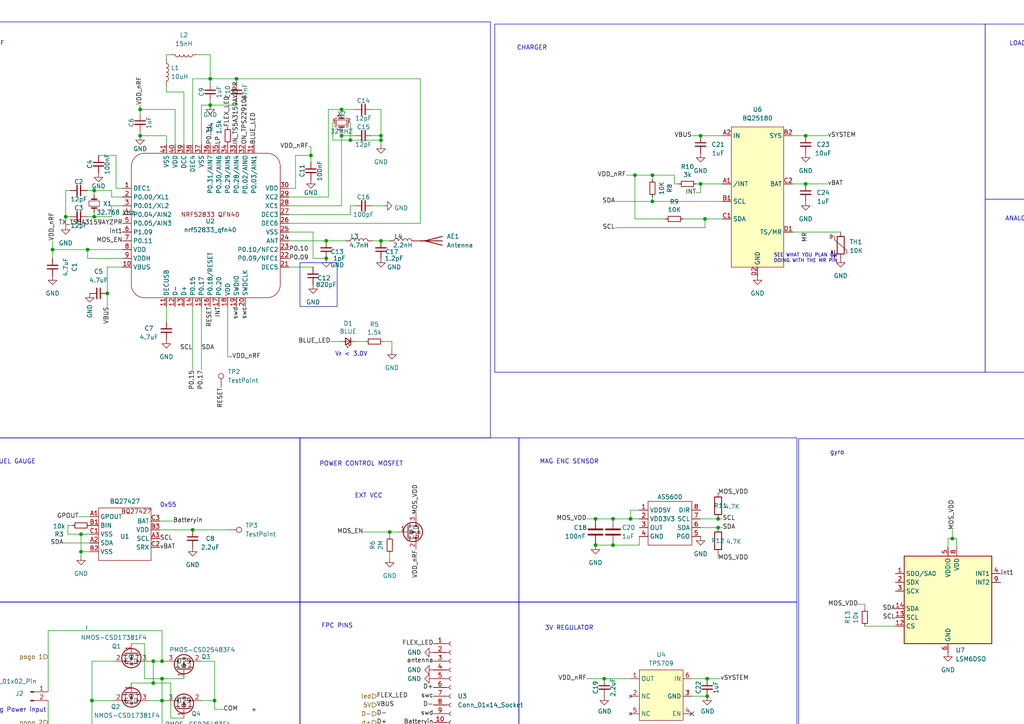
<source format=kicad_sch>
(kicad_sch (version 20231120) (generator "eeschema") (generator_version "8.0")
  (paper "A4")
  (junction (at 113.03 154.305))
  (junction (at 60.96 30.48))
  (junction (at 110.49 39.37))
  (junction (at 184.15 50.8))
  (junction (at 27.305 62.865))
  (junction (at 172.72 150.495))
  (junction (at 27.305 55.245))
  (junction (at 44.45 198.12))
  (junction (at 25.4 72.39))
  (junction (at 203.2 53.34))
  (junction (at 172.72 158.115))
  (junction (at 110.49 69.85))
  (junction (at 101.6 40.64))
  (junction (at 60.96 22.86))
  (junction (at 233.68 53.34))
  (junction (at 90.17 45.085))
  (junction (at 23.495 154.94))
  (junction (at 26.67 203.2))
  (junction (at 191.77 256.54))
  (junction (at 46.99 191.77))
  (junction (at 40.64 39.37))
  (junction (at 99.06 39.37))
  (junction (at 62.23 203.2))
  (junction (at 177.8 158.115))
  (junction (at 31.115 85.09))
  (junction (at 94.615 69.85))
  (junction (at 94.615 74.93))
  (junction (at 177.8 150.495))
  (junction (at 80.01 252.73))
  (junction (at 205.105 201.93))
  (junction (at 46.99 196.85))
  (junction (at 322.072 74.422))
  (junction (at 15.24 72.39))
  (junction (at 208.28 150.495))
  (junction (at 203.2 39.37))
  (junction (at 175.26 196.85))
  (junction (at 55.88 153.67))
  (junction (at 204.47 63.5))
  (junction (at 276.225 156.21))
  (junction (at 189.23 50.8))
  (junction (at 19.05 62.865))
  (junction (at 44.45 191.77))
  (junction (at 182.88 150.495))
  (junction (at 46.99 203.2))
  (junction (at 40.64 31.75))
  (junction (at 320.04 93.345))
  (junction (at 23.495 160.02))
  (junction (at 99.06 31.75))
  (junction (at 68.58 22.86))
  (junction (at 110.49 40.64))
  (junction (at 205.105 196.85))
  (junction (at 233.68 39.37))
  (junction (at 362.585 29.21))
  (junction (at 208.28 153.035))
  (junction (at 321.945 29.21))
  (junction (at 189.23 58.42))
  (no_connect (at 200.66 207.01))
  (no_connect (at 339.852 71.882))
  (no_connect (at 125.73 219.71))
  (wire (pts (xy 99.06 39.37) (xy 102.87 39.37)))
  (wire (pts (xy 185.42 155.575) (xy 185.42 158.115)))
  (wire (pts (xy 95.885 99.06) (xy 98.425 99.06)))
  (wire (pts (xy 60.96 22.86) (xy 60.96 24.13)))
  (wire (pts (xy 68.58 22.86) (xy 60.96 22.86)))
  (wire (pts (xy 40.64 31.75) (xy 50.8 31.75)))
  (wire (pts (xy 22.86 149.86) (xy 26.035 149.86)))
  (wire (pts (xy 110.49 40.64) (xy 101.6 40.64)))
  (wire (pts (xy 172.72 150.495) (xy 177.8 150.495)))
  (wire (pts (xy 26.67 203.2) (xy 33.02 203.2)))
  (wire (pts (xy 58.42 107.315) (xy 58.42 88.9)))
  (wire (pts (xy 191.77 232.41) (xy 191.77 233.68)))
  (wire (pts (xy 319.405 93.345) (xy 320.04 93.345)))
  (wire (pts (xy 205.105 196.85) (xy 200.66 196.85)))
  (wire (pts (xy 35.56 57.15) (xy 32.385 57.15)))
  (wire (pts (xy 322.072 76.327) (xy 322.072 74.422)))
  (wire (pts (xy 195.58 50.8) (xy 195.58 53.34)))
  (wire (pts (xy 62.23 191.77) (xy 62.23 203.2)))
  (wire (pts (xy 48.26 88.9) (xy 48.26 93.345)))
  (wire (pts (xy 48.26 15.875) (xy 48.26 17.145)))
  (wire (pts (xy 32.385 55.245) (xy 27.305 55.245)))
  (wire (pts (xy 184.15 63.5) (xy 193.04 63.5)))
  (wire (pts (xy 33.655 45.085) (xy 33.655 54.61)))
  (wire (pts (xy 189.23 50.8) (xy 189.23 52.07)))
  (wire (pts (xy 250.825 175.26) (xy 250.825 176.53)))
  (wire (pts (xy 250.825 181.61) (xy 259.715 181.61)))
  (wire (pts (xy 203.2 55.88) (xy 203.2 53.34)))
  (wire (pts (xy 100.33 69.85) (xy 94.615 69.85)))
  (wire (pts (xy 49.53 15.875) (xy 48.26 15.875)))
  (wire (pts (xy 274.955 156.21) (xy 276.225 156.21)))
  (wire (pts (xy 15.24 72.39) (xy 15.24 74.93)))
  (wire (pts (xy 40.64 39.37) (xy 48.26 39.37)))
  (wire (pts (xy 195.58 53.34) (xy 196.85 53.34)))
  (wire (pts (xy 19.05 62.865) (xy 20.32 62.865)))
  (wire (pts (xy 43.18 191.77) (xy 44.45 191.77)))
  (wire (pts (xy 205.105 201.93) (xy 200.66 201.93)))
  (wire (pts (xy 99.06 38.1) (xy 99.06 39.37)))
  (wire (pts (xy 99.06 39.37) (xy 99.06 59.69)))
  (wire (pts (xy 35.56 74.93) (xy 25.4 74.93)))
  (wire (pts (xy 46.99 196.85) (xy 46.99 203.2)))
  (wire (pts (xy 13.97 203.2) (xy 13.97 217.17)))
  (wire (pts (xy 83.82 77.47) (xy 90.805 77.47)))
  (wire (pts (xy 20.955 152.4) (xy 19.685 152.4)))
  (wire (pts (xy 32.385 59.69) (xy 32.385 62.865)))
  (wire (pts (xy 90.805 67.31) (xy 90.805 74.93)))
  (wire (pts (xy 107.95 39.37) (xy 110.49 39.37)))
  (wire (pts (xy 243.84 67.31) (xy 229.87 67.31)))
  (wire (pts (xy 233.68 39.37) (xy 229.87 39.37)))
  (wire (pts (xy 170.18 196.85) (xy 175.26 196.85)))
  (wire (pts (xy 107.95 31.75) (xy 110.49 31.75)))
  (wire (pts (xy 189.23 57.15) (xy 189.23 58.42)))
  (wire (pts (xy 48.26 24.765) (xy 48.26 26.67)))
  (wire (pts (xy 105.41 154.305) (xy 113.03 154.305)))
  (wire (pts (xy 32.385 62.865) (xy 27.305 62.865)))
  (wire (pts (xy 96.52 40.64) (xy 101.6 40.64)))
  (wire (pts (xy 102.87 59.69) (xy 101.6 59.69)))
  (wire (pts (xy 68.58 22.86) (xy 68.58 24.13)))
  (wire (pts (xy 90.17 42.545) (xy 90.17 45.085)))
  (wire (pts (xy 80.01 252.73) (xy 80.01 254)))
  (wire (pts (xy 19.05 55.245) (xy 20.32 55.245)))
  (wire (pts (xy 201.93 53.34) (xy 203.2 53.34)))
  (wire (pts (xy 189.23 256.54) (xy 191.77 256.54)))
  (wire (pts (xy 99.06 31.75) (xy 102.87 31.75)))
  (wire (pts (xy 311.785 29.21) (xy 321.945 29.21)))
  (wire (pts (xy 208.28 153.035) (xy 203.2 153.035)))
  (wire (pts (xy 89.535 42.545) (xy 90.17 42.545)))
  (wire (pts (xy 208.28 161.925) (xy 208.28 160.655)))
  (wire (pts (xy 322.072 74.422) (xy 324.612 74.422)))
  (wire (pts (xy 46.355 153.67) (xy 55.88 153.67)))
  (wire (pts (xy 44.45 191.77) (xy 46.99 191.77)))
  (wire (pts (xy 62.23 205.74) (xy 64.77 205.74)))
  (wire (pts (xy 23.495 160.02) (xy 23.495 154.94)))
  (wire (pts (xy 41.91 186.69) (xy 38.1 186.69)))
  (wire (pts (xy 178.435 66.04) (xy 204.47 66.04)))
  (wire (pts (xy 184.15 50.8) (xy 184.15 63.5)))
  (wire (pts (xy 46.99 203.2) (xy 46.99 217.17)))
  (wire (pts (xy 53.34 26.67) (xy 53.34 41.91)))
  (wire (pts (xy 58.42 41.91) (xy 58.42 30.48)))
  (wire (pts (xy 19.685 154.94) (xy 23.495 154.94)))
  (wire (pts (xy 48.26 41.91) (xy 48.26 39.37)))
  (wire (pts (xy 121.92 22.86) (xy 68.58 22.86)))
  (wire (pts (xy 27.305 61.595) (xy 27.305 62.865)))
  (wire (pts (xy 41.91 196.85) (xy 46.99 196.85)))
  (wire (pts (xy 49.53 198.12) (xy 44.45 198.12)))
  (wire (pts (xy 46.99 203.2) (xy 48.26 203.2)))
  (wire (pts (xy 18.415 157.48) (xy 26.035 157.48)))
  (wire (pts (xy 240.03 53.34) (xy 233.68 53.34)))
  (wire (pts (xy 15.24 69.85) (xy 15.24 72.39)))
  (wire (pts (xy 209.55 153.035) (xy 208.28 153.035)))
  (wire (pts (xy 85.725 45.085) (xy 90.17 45.085)))
  (wire (pts (xy 66.04 88.9) (xy 66.04 103.505)))
  (wire (pts (xy 60.96 22.86) (xy 55.88 22.86)))
  (wire (pts (xy 31.115 77.47) (xy 35.56 77.47)))
  (wire (pts (xy 277.495 156.21) (xy 277.495 158.75)))
  (wire (pts (xy 113.03 154.305) (xy 115.57 154.305)))
  (wire (pts (xy 60.96 30.48) (xy 68.58 30.48)))
  (wire (pts (xy 33.02 191.77) (xy 26.67 191.77)))
  (wire (pts (xy 50.165 151.13) (xy 46.355 151.13)))
  (wire (pts (xy 113.03 155.575) (xy 113.03 154.305)))
  (wire (pts (xy 201.93 55.88) (xy 203.2 55.88)))
  (wire (pts (xy 182.88 150.495) (xy 185.42 150.495)))
  (wire (pts (xy 101.6 40.64) (xy 101.6 35.56)))
  (wire (pts (xy 43.18 203.2) (xy 46.99 203.2)))
  (wire (pts (xy 83.82 69.85) (xy 94.615 69.85)))
  (wire (pts (xy 204.47 63.5) (xy 209.55 63.5)))
  (wire (pts (xy 110.49 40.64) (xy 110.49 41.91)))
  (wire (pts (xy 200.66 39.37) (xy 203.2 39.37)))
  (wire (pts (xy 177.8 150.495) (xy 182.88 150.495)))
  (wire (pts (xy 178.435 58.42) (xy 189.23 58.42)))
  (wire (pts (xy 38.1 198.12) (xy 44.45 198.12)))
  (wire (pts (xy 320.04 93.345) (xy 326.39 93.345)))
  (wire (pts (xy 25.4 72.39) (xy 35.56 72.39)))
  (wire (pts (xy 121.92 64.77) (xy 121.92 22.86)))
  (wire (pts (xy 209.55 150.495) (xy 208.28 150.495)))
  (wire (pts (xy 58.42 191.77) (xy 62.23 191.77)))
  (wire (pts (xy 23.495 154.94) (xy 26.035 154.94)))
  (wire (pts (xy 208.915 196.85) (xy 205.105 196.85)))
  (wire (pts (xy 49.53 208.28) (xy 53.34 208.28)))
  (wire (pts (xy 276.225 153.67) (xy 276.225 156.21)))
  (wire (pts (xy 13.97 182.88) (xy 13.97 200.66)))
  (wire (pts (xy 240.03 39.37) (xy 233.68 39.37)))
  (wire (pts (xy 32.385 57.15) (xy 32.385 55.245)))
  (wire (pts (xy 28.575 45.085) (xy 33.655 45.085)))
  (wire (pts (xy 362.585 29.21) (xy 368.3 29.21)))
  (wire (pts (xy 80.01 252.73) (xy 77.47 252.73)))
  (wire (pts (xy 101.6 62.23) (xy 83.82 62.23)))
  (wire (pts (xy 13.97 217.17) (xy 46.99 217.17)))
  (wire (pts (xy 15.24 72.39) (xy 25.4 72.39)))
  (wire (pts (xy 181.61 50.8) (xy 184.15 50.8)))
  (wire (pts (xy 58.42 203.2) (xy 62.23 203.2)))
  (wire (pts (xy 111.125 59.69) (xy 107.95 59.69)))
  (wire (pts (xy 319.532 74.422) (xy 322.072 74.422)))
  (wire (pts (xy 208.28 150.495) (xy 203.2 150.495)))
  (wire (pts (xy 19.05 55.245) (xy 19.05 62.865)))
  (wire (pts (xy 110.49 69.85) (xy 107.95 69.85)))
  (wire (pts (xy 113.03 69.85) (xy 110.49 69.85)))
  (wire (pts (xy 85.725 54.61) (xy 85.725 45.085)))
  (wire (pts (xy 177.8 158.115) (xy 185.42 158.115)))
  (wire (pts (xy 97.79 252.73) (xy 96.52 252.73)))
  (wire (pts (xy 321.945 29.21) (xy 342.9 29.21)))
  (wire (pts (xy 67.31 103.505) (xy 66.04 103.505)))
  (wire (pts (xy 95.25 57.15) (xy 95.25 31.75)))
  (wire (pts (xy 19.685 152.4) (xy 19.685 154.94)))
  (wire (pts (xy 13.97 182.88) (xy 46.99 182.88)))
  (wire (pts (xy 80.01 257.81) (xy 77.47 257.81)))
  (wire (pts (xy 203.2 39.37) (xy 209.55 39.37)))
  (wire (pts (xy 83.82 57.15) (xy 95.25 57.15)))
  (wire (pts (xy 83.82 59.69) (xy 99.06 59.69)))
  (wire (pts (xy 99.06 31.75) (xy 99.06 33.02)))
  (wire (pts (xy 83.82 67.31) (xy 90.805 67.31)))
  (wire (pts (xy 185.42 147.955) (xy 182.88 147.955)))
  (wire (pts (xy 44.45 191.77) (xy 44.45 198.12)))
  (wire (pts (xy 33.655 54.61) (xy 35.56 54.61)))
  (wire (pts (xy 191.77 257.81) (xy 191.77 256.54)))
  (wire (pts (xy 189.23 50.8) (xy 195.58 50.8)))
  (wire (pts (xy 68.58 30.48) (xy 68.58 29.21)))
  (wire (pts (xy 182.88 147.955) (xy 182.88 150.495)))
  (wire (pts (xy 58.42 30.48) (xy 60.96 30.48)))
  (wire (pts (xy 111.125 99.06) (xy 113.665 99.06)))
  (wire (pts (xy 204.47 63.5) (xy 204.47 66.04)))
  (wire (pts (xy 40.64 38.1) (xy 40.64 39.37)))
  (wire (pts (xy 62.23 203.2) (xy 62.23 205.74)))
  (wire (pts (xy 83.82 54.61) (xy 85.725 54.61)))
  (wire (pts (xy 35.56 59.69) (xy 32.385 59.69)))
  (wire (pts (xy 83.82 64.77) (xy 121.92 64.77)))
  (wire (pts (xy 189.23 58.42) (xy 209.55 58.42)))
  (wire (pts (xy 276.225 156.21) (xy 277.495 156.21)))
  (wire (pts (xy 203.2 53.34) (xy 209.55 53.34)))
  (wire (pts (xy 60.96 22.86) (xy 60.96 15.875)))
  (wire (pts (xy 46.99 191.77) (xy 48.26 191.77)))
  (wire (pts (xy 103.505 99.06) (xy 106.045 99.06)))
  (wire (pts (xy 110.49 39.37) (xy 110.49 40.64)))
  (wire (pts (xy 26.67 213.36) (xy 71.12 213.36)))
  (wire (pts (xy 19.05 62.865) (xy 19.05 65.405)))
  (wire (pts (xy 110.49 31.75) (xy 110.49 39.37)))
  (wire (pts (xy 101.6 59.69) (xy 101.6 62.23)))
  (wire (pts (xy 233.68 53.34) (xy 229.87 53.34)))
  (wire (pts (xy 31.115 85.09) (xy 31.115 77.47)))
  (wire (pts (xy 66.04 153.67) (xy 55.88 153.67)))
  (wire (pts (xy 358.14 29.21) (xy 362.585 29.21)))
  (wire (pts (xy 25.4 74.93) (xy 25.4 72.39)))
  (wire (pts (xy 198.12 63.5) (xy 204.47 63.5)))
  (wire (pts (xy 127 266.7) (xy 127 259.08)))
  (wire (pts (xy 175.26 196.85) (xy 182.88 196.85)))
  (wire (pts (xy 46.99 182.88) (xy 46.99 191.77)))
  (wire (pts (xy 27.305 55.245) (xy 27.305 56.515)))
  (wire (pts (xy 172.72 158.115) (xy 177.8 158.115)))
  (wire (pts (xy 96.52 35.56) (xy 96.52 40.64)))
  (wire (pts (xy 26.67 203.2) (xy 26.67 213.36)))
  (wire (pts (xy 113.665 99.06) (xy 113.665 101.6)))
  (wire (pts (xy 25.4 55.245) (xy 27.305 55.245)))
  (wire (pts (xy 170.18 150.495) (xy 172.72 150.495)))
  (wire (pts (xy 48.26 26.67) (xy 53.34 26.67)))
  (wire (pts (xy 55.88 107.315) (xy 55.88 88.9)))
  (wire (pts (xy 60.96 29.21) (xy 60.96 30.48)))
  (wire (pts (xy 40.64 31.75) (xy 40.64 33.02)))
  (wire (pts (xy 88.9 252.73) (xy 80.01 252.73)))
  (wire (pts (xy 113.03 161.925) (xy 113.03 160.655)))
  (wire (pts (xy 80.01 256.54) (xy 80.01 257.81)))
  (wire (pts (xy 31.115 88.9) (xy 31.115 85.09)))
  (wire (pts (xy 274.955 158.75) (xy 274.955 156.21)))
  (wire (pts (xy 23.495 161.29) (xy 23.495 160.02)))
  (wire (pts (xy 49.53 208.28) (xy 49.53 198.12)))
  (wire (pts (xy 184.15 50.8) (xy 189.23 50.8)))
  (wire (pts (xy 25.4 62.865) (xy 27.305 62.865)))
  (wire (pts (xy 26.67 191.77) (xy 26.67 203.2)))
  (wire (pts (xy 50.8 41.91) (xy 50.8 31.75)))
  (wire (pts (xy 90.805 74.93) (xy 94.615 74.93)))
  (wire (pts (xy 90.17 45.085) (xy 90.17 46.99)))
  (wire (pts (xy 55.88 22.86) (xy 55.88 41.91)))
  (wire (pts (xy 41.91 186.69) (xy 41.91 196.85)))
  (wire (pts (xy 60.96 15.875) (xy 57.15 15.875)))
  (wire (pts (xy 248.92 175.26) (xy 250.825 175.26)))
  (wire (pts (xy 23.495 160.02) (xy 26.035 160.02)))
  (wire (pts (xy 46.99 196.85) (xy 53.34 196.85)))
  (wire (pts (xy 40.64 30.48) (xy 40.64 31.75)))
  (wire (pts (xy 191.77 256.54) (xy 194.31 256.54)))
  (wire (pts (xy 95.25 31.75) (xy 99.06 31.75)))
  (rectangle (start 231.648 127.254) (end 307.086 211.582))
  (rectangle (start 150.495 127) (end 231.14 174.625))
  (rectangle (start 86.995 174.625) (end 150.495 223.52))
  (rectangle (start 86.995 127) (end 150.495 174.625))
  (rectangle (start 285.75 6.985) (end 387.35 57.785))
  (rectangle (start -9.525 174.625) (end 86.995 223.52))
  (rectangle (start 311.785 127.635) (end 351.79 224.155))
  (rectangle (start 285.75 57.785) (end 387.35 107.95))
  (rectangle (start 143.51 6.985) (end 285.75 107.95))
  (rectangle (start 158.115 224.79) (end 222.25 269.875))
  (rectangle (start 86.995 76.2) (end 97.79 88.9))
  (rectangle (start 150.495 174.625) (end 231.14 223.52))
  (rectangle (start -9.525 127) (end 86.995 174.625))
  (rectangle (start -9.525 6.35) (end 142.24 127))
  (text "FPC PINS" (at 97.79 181.61 0) (effects (font (size 1.27 1.27))))
  (text "LOAD SWITCH" (at 299.085 12.7 0) (effects (font (size 1.27 1.27))))
  (text "ANALOG SWITCH" (at 299.085 63.5 0) (effects (font (size 1.27 1.27))))
  (text "USB input\n" (at 327.025 187.96 0) (effects (font (size 1.27 1.27)) (justify left bottom)))
  (text "-" (at 73.66 213.36 0) (effects (font (size 1.27 1.27))))
  (text "NRF" (at -0.635 12.7 0) (effects (font (size 1.27 1.27))))
  (text "3V REGULATOR" (at 165.1 182.245 0) (effects (font (size 1.27 1.27))))
  (text "MAG ENC SENSOR" (at 165.1 133.985 0) (effects (font (size 1.27 1.27))))
  (text "V_{f} < 3.0V" (at 97.155 103.505 0) (effects (font (size 1.27 1.27)) (justify left bottom)))
  (text "charging Power input" (at 3.048 205.994 0) (effects (font (size 1.27 1.27))))
  (text "POWER CONTROL MOSFET" (at 104.775 134.62 0) (effects (font (size 1.27 1.27))))
  (text "3d magnetic sensor" (at 174.244 229.362 0) (effects (font (size 1.27 1.27))))
  (text "EXT VCC" (at 106.934 143.891 0) (effects (font (size 1.27 1.27))))
  (text "Battery Connection" (at 71.628 242.316 0) (effects (font (size 1.27 1.27)) (justify left bottom)))
  (text "CHARGER" (at 154.305 13.97 0) (effects (font (size 1.27 1.27))))
  (text "POGOPIN+" (at 308.737 26.162 0) (effects (font (size 1.27 1.27))))
  (text "TX OF NRF" (at 350.647 75.057 0) (effects (font (size 1.27 1.27))))
  (text "Power path output" (at 326.39 171.45 0) (effects (font (size 1.27 1.27)) (justify left bottom)))
  (text "POGOPIN+" (at 316.357 71.882 0) (effects (font (size 1.27 1.27))))
  (text "FUEL GAUGE" (at 4.445 133.985 0) (effects (font (size 1.27 1.27))))
  (text "+" (at 73.66 205.994 0) (effects (font (size 1.27 1.27))))
  (text "gyro" (at 242.824 131.318 0) (effects (font (size 1.27 1.27))))
  (text "GPIO OF NRF" (at 343.662 80.137 0) (effects (font (size 1.27 1.27))))
  (text "SEE WHAT YOU PLAN ON\nDOING WITH THE MR PIN" (at 233.68 74.93 0) (effects (font (size 1 1))))
  (text "Battery Connection" (at 326.39 156.845 0) (effects (font (size 1.27 1.27)) (justify left bottom)))
  (text "0x55\n" (at 46.355 147.32 0) (effects (font (size 1.27 1.27)) (justify left bottom)))
  (label "MOS_VDD" (at 276.225 153.67 90) (property "Intersheetrefs" "${INTERSHEET_REFS}" (effects (hide yes))))
  (label "vBAT" (at 240.03 53.34 0) (property "Intersheetrefs" "${INTERSHEET_REFS}" (effects (hide yes))))
  (label "MOS_EN" (at 35.56 69.85 180) (property "Intersheetrefs" "${INTERSHEET_REFS}" (effects (hide yes))))
  (label "vSYSTEM" (at 208.915 196.85 0) (property "Intersheetrefs" "${INTERSHEET_REFS}" (effects (hide yes))))
  (label "FLEX_LED" (at 109.22 201.93 0) (property "Intersheetrefs" "${INTERSHEET_REFS}" (effects (hide yes))))
  (label "swc" (at 71.12 88.9 270) (property "Intersheetrefs" "${INTERSHEET_REFS}" (effects (hide yes))))
  (label "int1" (at 35.56 67.31 180) (property "Intersheetrefs" "${INTERSHEET_REFS}" (effects (hide yes))))
  (label "P0.09" (at 83.82 74.93 0) (property "Intersheetrefs" "${INTERSHEET_REFS}" (effects (hide yes))))
  (label "swd" (at 125.73 207.01 180) (property "Intersheetrefs" "${INTERSHEET_REFS}" (effects (hide yes))))
  (label "VBUS" (at 125.73 214.63 180) (property "Intersheetrefs" "${INTERSHEET_REFS}" (effects (hide yes))))
  (label "BLUE_LED" (at 73.66 41.91 90) (property "Intersheetrefs" "${INTERSHEET_REFS}" (effects (hide yes))))
  (label "int1" (at 290.195 166.37 0) (property "Intersheetrefs" "${INTERSHEET_REFS}" (effects (hide yes))))
  (label "VBUS" (at 327.025 191.135 180) (property "Intersheetrefs" "${INTERSHEET_REFS}" (effects (hide yes))))
  (label "SCL" (at 178.435 66.04 180) (property "Intersheetrefs" "${INTERSHEET_REFS}" (effects (hide yes))))
  (label "SDA" (at 18.415 157.48 180) (property "Intersheetrefs" "${INTERSHEET_REFS}" (effects (hide yes))))
  (label "COM" (at 311.785 29.21 180) (property "Intersheetrefs" "${INTERSHEET_REFS}" (effects (hide yes))))
  (label "GPOUT" (at 22.86 149.86 180) (property "Intersheetrefs" "${INTERSHEET_REFS}" (effects (hide yes))))
  (label "ON_TPS22910A" (at 71.12 41.91 90) (property "Intersheetrefs" "${INTERSHEET_REFS}" (effects (hide yes))))
  (label "IN_TS5A3159AYZPR" (at 332.232 82.042 0) (property "Intersheetrefs" "${INTERSHEET_REFS}" (effects (hide yes))))
  (label "swc" (at 109.22 212.09 0) (property "Intersheetrefs" "${INTERSHEET_REFS}" (effects (hide yes))))
  (label "D-" (at 125.73 204.47 180) (property "Intersheetrefs" "${INTERSHEET_REFS}" (effects (hide yes))))
  (label "swd" (at 109.22 214.63 0) (property "Intersheetrefs" "${INTERSHEET_REFS}" (effects (hide yes))))
  (label "SDA" (at 259.715 176.53 180) (property "Intersheetrefs" "${INTERSHEET_REFS}" (effects (hide yes))))
  (label "swc" (at 125.73 201.93 180) (property "Intersheetrefs" "${INTERSHEET_REFS}" (effects (hide yes))))
  (label "VDD_nRF" (at 120.65 159.385 270) (property "Intersheetrefs" "${INTERSHEET_REFS}" (effects (hide yes))))
  (label "VDD_nRF" (at 15.24 69.85 90) (property "Intersheetrefs" "${INTERSHEET_REFS}" (effects (hide yes))))
  (label "COM" (at 319.532 74.422 180) (property "Intersheetrefs" "${INTERSHEET_REFS}" (effects (hide yes))))
  (label "SDA" (at 178.435 58.42 180) (property "Intersheetrefs" "${INTERSHEET_REFS}" (effects (hide yes))))
  (label "MOS_EN" (at 105.41 154.305 180) (property "Intersheetrefs" "${INTERSHEET_REFS}" (effects (hide yes))))
  (label "VDD_nRF" (at 89.535 42.545 180) (property "Intersheetrefs" "${INTERSHEET_REFS}" (effects (hide yes))))
  (label "BLUE_LED" (at 95.885 99.06 180) (property "Intersheetrefs" "${INTERSHEET_REFS}" (effects (hide yes))))
  (label "swd" (at 68.58 88.9 270) (property "Intersheetrefs" "${INTERSHEET_REFS}" (effects (hide yes))))
  (label "P0.17" (at 58.42 107.315 270) (property "Intersheetrefs" "${INTERSHEET_REFS}" (effects (hide yes))))
  (label "MOS_VDD" (at 248.92 175.26 180) (property "Intersheetrefs" "${INTERSHEET_REFS}" (effects (hide yes))))
  (label "MOS_VDD" (at 133.35 270.51 0) (property "Intersheetrefs" "${INTERSHEET_REFS}" (effects (hide yes))))
  (label "RESET" (at 64.135 112.395 270) (property "Intersheetrefs" "${INTERSHEET_REFS}" (effects (hide yes))))
  (label "-" (at 25.4 182.88 90) (property "Intersheetrefs" "${INTERSHEET_REFS}" (effects (hide yes))))
  (label "INT" (at 201.93 55.88 180) (property "Intersheetrefs" "${INTERSHEET_REFS}" (effects (hide yes))))
  (label "SCL" (at 181.61 243.84 180) (property "Intersheetrefs" "${INTERSHEET_REFS}" (effects (hide yes))))
  (label "MOS_VDD" (at 208.28 142.875 0) (property "Intersheetrefs" "${INTERSHEET_REFS}" (effects (hide yes))))
  (label "TX_TS5A3159AYZPR" (at 339.852 76.962 0) (property "Intersheetrefs" "${INTERSHEET_REFS}" (effects (hide yes))))
  (label "SCL" (at 46.355 156.21 0) (property "Intersheetrefs" "${INTERSHEET_REFS}" (effects (hide yes))))
  (label "SCL" (at 55.88 100.965 180) (property "Intersheetrefs" "${INTERSHEET_REFS}" (effects (hide yes))))
  (label "Batteryin" (at 327.66 161.29 180) (property "Intersheetrefs" "${INTERSHEET_REFS}" (effects (hide yes))))
  (label "P0.10" (at 83.82 72.39 0) (property "Intersheetrefs" "${INTERSHEET_REFS}" (effects (hide yes))))
  (label "INT" (at 63.5 88.9 270) (property "Intersheetrefs" "${INTERSHEET_REFS}" (effects (hide yes))))
  (label "SCL" (at 259.715 179.07 180) (property "Intersheetrefs" "${INTERSHEET_REFS}" (effects (hide yes))))
  (label "COM" (at 64.77 205.74 0) (property "Intersheetrefs" "${INTERSHEET_REFS}" (effects (hide yes))))
  (label "VDD_nRF" (at 120.65 270.51 180) (property "Intersheetrefs" "${INTERSHEET_REFS}" (effects (hide yes))))
  (label "SDA" (at 181.61 246.38 180) (property "Intersheetrefs" "${INTERSHEET_REFS}" (effects (hide yes))))
  (label "D+" (at 327.025 193.675 180) (property "Intersheetrefs" "${INTERSHEET_REFS}" (effects (hide yes))))
  (label "VBUS" (at 31.115 88.9 270) (property "Intersheetrefs" "${INTERSHEET_REFS}" (effects (hide yes))))
  (label "VDD_nRF" (at 40.64 30.48 90) (property "Intersheetrefs" "${INTERSHEET_REFS}" (effects (hide yes))))
  (label "MOS_VDD" (at 120.65 149.225 90) (property "Intersheetrefs" "${INTERSHEET_REFS}" (effects (hide yes))))
  (label "LP" (at 63.5 41.91 90) (property "Intersheetrefs" "${INTERSHEET_REFS}" (effects (hide yes))))
  (label "MOS_VDD" (at 208.28 161.925 0) (property "Intersheetrefs" "${INTERSHEET_REFS}" (effects (hide yes))))
  (label "MR" (at 233.68 67.31 270) (property "Intersheetrefs" "${INTERSHEET_REFS}" (effects (hide yes))))
  (label "VBUS" (at 200.66 39.37 180) (property "Intersheetrefs" "${INTERSHEET_REFS}" (effects (hide yes))))
  (label "Batteryin" (at 50.165 151.13 0) (property "Intersheetrefs" "${INTERSHEET_REFS}" (effects (hide yes))))
  (label "+" (at 25.4 217.17 270) (property "Intersheetrefs" "${INTERSHEET_REFS}" (effects (hide yes))))
  (label "D+" (at 125.73 199.39 180) (property "Intersheetrefs" "${INTERSHEET_REFS}" (effects (hide yes))))
  (label "TX_TS5A3159AYZPR" (at 35.56 64.77 180) (property "Intersheetrefs" "${INTERSHEET_REFS}" (effects (hide yes))))
  (label "MOS_VDD" (at 170.18 150.495 180) (property "Intersheetrefs" "${INTERSHEET_REFS}" (effects (hide yes))))
  (label "Batteryin" (at 125.73 212.09 180) (property "Intersheetrefs" "${INTERSHEET_REFS}" (effects (hide yes))))
  (label "IN_TS5A3159AYZPR" (at 68.58 41.91 90) (property "Intersheetrefs" "${INTERSHEET_REFS}" (effects (hide yes))))
  (label "antenna" (at 125.73 191.77 180) (property "Intersheetrefs" "${INTERSHEET_REFS}" (effects (hide yes))))
  (label "OUT" (at 326.39 177.8 180) (property "Intersheetrefs" "${INTERSHEET_REFS}" (effects (hide yes))))
  (label "Batteryin" (at 125.73 209.55 180) (property "Intersheetrefs" "${INTERSHEET_REFS}" (effects (hide yes))))
  (label "VBUS" (at 125.73 217.17 180) (property "Intersheetrefs" "${INTERSHEET_REFS}" (effects (hide yes))))
  (label "SDA" (at 132.08 259.08 270) (property "Intersheetrefs" "${INTERSHEET_REFS}" (effects (hide yes))))
  (label "P0.10" (at -27.94 50.8 90) (property "Intersheetrefs" "${INTERSHEET_REFS}" (effects (hide yes))))
  (label "Batteryin" (at 67.31 255.27 180) (property "Intersheetrefs" "${INTERSHEET_REFS}" (effects (hide yes))))
  (label "VDD_nRF" (at 67.31 103.505 0) (property "Intersheetrefs" "${INTERSHEET_REFS}" (effects (hide yes))))
  (label "vSYSTEM" (at 319.405 93.345 180) (property "Intersheetrefs" "${INTERSHEET_REFS}" (effects (hide yes))))
  (label "FLEX_LED" (at 125.73 186.69 180) (property "Intersheetrefs" "${INTERSHEET_REFS}" (effects (hide yes))))
  (label "SCL" (at 209.55 150.495 0) (property "Intersheetrefs" "${INTERSHEET_REFS}" (effects (hide yes))))
  (label "VBUS" (at 368.3 29.21 0) (property "Intersheetrefs" "${INTERSHEET_REFS}" (effects (hide yes))))
  (label "SDA" (at 209.55 153.035 0) (property "Intersheetrefs" "${INTERSHEET_REFS}" (effects (hide yes))))
  (label "RESET" (at 60.96 88.9 270) (property "Intersheetrefs" "${INTERSHEET_REFS}" (effects (hide yes))))
  (label "FLEX_LED" (at 66.04 36.83 90) (property "Intersheetrefs" "${INTERSHEET_REFS}" (effects (hide yes))))
  (label "ON_TPS22910A" (at 342.9 34.29 180) (property "Intersheetrefs" "${INTERSHEET_REFS}" (effects (hide yes))))
  (label "MOS_VDD" (at 191.77 232.41 0) (property "Intersheetrefs" "${INTERSHEET_REFS}" (effects (hide yes))))
  (label "P0.15" (at 55.88 107.315 270) (property "Intersheetrefs" "${INTERSHEET_REFS}" (effects (hide yes))))
  (label "VDD_nRF" (at 181.61 50.8 180) (property "Intersheetrefs" "${INTERSHEET_REFS}" (effects (hide yes))))
  (label "SCL" (at 129.54 259.08 270) (property "Intersheetrefs" "${INTERSHEET_REFS}" (effects (hide yes))))
  (label "D-" (at 109.22 207.01 0) (property "Intersheetrefs" "${INTERSHEET_REFS}" (effects (hide yes))))
  (label "P0.09" (at -36.83 50.8 90) (property "Intersheetrefs" "${INTERSHEET_REFS}" (effects (hide yes))))
  (label "P0.31" (at -59.69 54.61 0) (property "Intersheetrefs" "${INTERSHEET_REFS}" (effects (hide yes))))
  (label "D-" (at 327.025 196.215 180) (property "Intersheetrefs" "${INTERSHEET_REFS}" (effects (hide yes))))
  (label "vSYSTEM" (at 240.03 39.37 0) (property "Intersheetrefs" "${INTERSHEET_REFS}" (effects (hide yes))))
  (label "VDD_nRF" (at 170.18 196.85 180) (property "Intersheetrefs" "${INTERSHEET_REFS}" (effects (hide yes))))
  (label "VBUS" (at 109.22 204.47 0) (property "Intersheetrefs" "${INTERSHEET_REFS}" (effects (hide yes))))
  (label "P0.31" (at 60.96 41.91 90) (property "Intersheetrefs" "${INTERSHEET_REFS}" (effects (hide yes))))
  (label "vBAT" (at 46.355 158.75 0) (property "Intersheetrefs" "${INTERSHEET_REFS}" (effects (hide yes))))
  (label "SDA" (at 58.42 100.965 0) (property "Intersheetrefs" "${INTERSHEET_REFS}" (effects (hide yes))))
  (label "D+" (at 109.22 209.55 0) (property "Intersheetrefs" "${INTERSHEET_REFS}" (effects (hide yes))))
  (hierarchical_label "swc" (shape input) (at 109.22 212.09 180))
  (hierarchical_label "D-" (shape input) (at 109.22 207.01 180))
  (hierarchical_label "5V" (shape input) (at 109.22 204.47 180))
  (hierarchical_label "pogo 2" (shape input) (at 13.97 209.55 180))
  (hierarchical_label "swd" (shape input) (at 109.22 214.63 180))
  (hierarchical_label "led" (shape input) (at 109.22 201.93 180))
  (hierarchical_label "d+" (shape input) (at 109.22 209.55 180))
  (hierarchical_label "pogo 1" (shape input) (at 13.97 190.5 180))
  (symbol (lib_id "power:GND") (at 60.96 30.48 0) (unit 1)
    (property "Reference" "#PWR015" (effects (hide yes)))
    (property "Value" "GND" (at 60.96 33.274 0))
    (property "Description" "Power symbol creates a global label with name \"GND\" , ground" (effects (hide yes)))
  )
  (symbol (lib_id "Device:Thermistor_NTC") (at 243.84 71.12 0) (unit 1)
    (property "Reference" "TH1" (at 246.38 70.1674 0) (effects (justify left)))
    (property "Value" "10K" (at 246.38 72.7074 0) (effects (justify left)))
    (property "Footprint" "Resistor_SMD:R_0402_1005Metric" (effects (hide yes)))
    (property "Description" "Temperature dependent resistor, negative temperature coefficient" (effects (hide yes)))
  )
  (symbol (lib_id "Switch:SW_Push") (at -64.77 54.61 180) (unit 1)
    (property "Reference" "SW4" (at -64.262 49.276 0))
    (property "Value" "SW_Push" (at -64.262 51.816 0))
    (property "Footprint" "Library:16mmCompButton" (effects (hide yes)))
    (property "Description" "Push button switch, generic, two pins" (effects (hide yes)))
  )
  (symbol (lib_id "power:GND") (at 326.39 180.34 270) (unit 1)
    (property "Reference" "#PWR044" (effects (hide yes)))
    (property "Value" "GND" (at 323.215 180.975 90) (effects (justify right)))
    (property "Description" "Power symbol creates a global label with name \"GND\" , ground" (effects (hide yes)))
  )
  (symbol (lib_id "Device:C_Small") (at 175.26 199.39 0) (unit 1)
    (property "Reference" "C19" (at 172.72 199.39 90))
    (property "Value" "2.2uF" (at 177.8 199.39 90))
    (property "Footprint" "Library:0402" (effects (hide yes)))
    (property "Description" "Unpolarized capacitor, small symbol" (effects (hide yes)))
  )
  (symbol (lib_id "power:GND") (at 233.68 44.45 0) (unit 1)
    (property "Reference" "#PWR037" (effects (hide yes)))
    (property "Value" "GND" (at 233.68 49.53 0))
  )
  (symbol (lib_id "Device:L") (at 48.26 20.955 0) (unit 1)
    (property "Reference" "L1" (at 49.53 19.6849 0) (effects (justify left)))
    (property "Value" "10uH" (at 49.53 22.2249 0) (effects (justify left)))
    (property "Footprint" "Library:0402" (effects (hide yes)))
    (property "Description" "Inductor" (effects (hide yes)))
    (property "ID" "57" (effects (hide yes)))
  )
  (symbol (lib_id "Libraryg:TPS709") (at 191.77 193.04 0) (unit 1)
    (property "Reference" "U4" (at 191.77 189.865 0))
    (property "Value" "TPS709" (at 191.77 192.405 0))
    (property "Footprint" "Library:DRV 6PIN" (effects (hide yes)))
  )
  (symbol (lib_id "Device:R_Small") (at 195.58 63.5 270) (unit 1)
    (property "Reference" "R9" (at 195.58 58.5216 90))
    (property "Value" "10K" (at 195.58 60.833 90))
    (property "Footprint" "Resistor_SMD:R_0402_1005Metric" (effects (hide yes)))
  )
  (symbol (lib_id "power:GND") (at 320.04 98.425 0) (unit 1)
    (property "Reference" "#PWR041" (effects (hide yes)))
    (property "Value" "GND" (at 320.04 103.505 0))
  )
  (symbol (lib_id "power:GND") (at 48.26 98.425 0) (unit 1)
    (property "Reference" "#PWR013" (effects (hide yes)))
    (property "Value" "GND" (at 48.26 103.505 0))
    (property "Description" "Power symbol creates a global label with name \"GND\" , ground" (effects (hide yes)))
  )
  (symbol (lib_id "power:GND") (at 203.2 44.45 0) (unit 1)
    (property "Reference" "#PWR033" (effects (hide yes)))
    (property "Value" "GND" (at 203.2 49.53 0))
  )
  (symbol (lib_id "Device:R_Small") (at 250.825 179.07 0) (unit 1)
    (property "Reference" "R13" (at 245.8466 179.07 90))
    (property "Value" "10k" (at 248.158 179.07 90))
    (property "Footprint" "Library:0402" (effects (hide yes)))
  )
  (symbol (lib_id "power:GND") (at 28.575 50.165 0) (unit 1)
    (property "Reference" "#PWR011" (effects (hide yes)))
    (property "Value" "GND" (at 28.575 53.975 0))
    (property "Description" "Power symbol creates a global label with name \"GND\" , ground" (effects (hide yes)))
  )
  (symbol (lib_id "power:GND") (at 26.035 85.09 0) (unit 1)
    (property "Reference" "#PWR010" (effects (hide yes)))
    (property "Value" "GND" (at 26.0349 88.265 90) (effects (justify right)))
    (property "Description" "Power symbol creates a global label with name \"GND\" , ground" (effects (hide yes)))
  )
  (symbol (lib_id "Device:C_Small") (at 233.68 41.91 0) (unit 1)
    (property "Reference" "C23" (at 238.76 41.91 0))
    (property "Value" "10uF" (at 238.76 44.45 0))
    (property "Footprint" "Capacitor_SMD:C_0402_1005Metric" (effects (hide yes)))
    (property "Description" "Unpolarized capacitor, small symbol" (effects (hide yes)))
  )
  (symbol (lib_id "power:GND") (at 15.24 80.01 0) (unit 1)
    (property "Reference" "#PWR07" (effects (hide yes)))
    (property "Value" "GND" (at 15.24 85.09 0))
    (property "Description" "Power symbol creates a global label with name \"GND\" , ground" (effects (hide yes)))
  )
  (symbol (lib_id "power:GND") (at 55.88 158.75 0) (unit 1)
    (property "Reference" "#PWR014" (effects (hide yes)))
    (property "Value" "GND" (at 55.88 163.83 0))
    (property "Description" "Power symbol creates a global label with name \"GND\" , ground" (effects (hide yes)))
  )
  (symbol (lib_id "Device:C_Small") (at 90.17 49.53 0) (unit 1)
    (property "Reference" "C11" (at 87.63 49.53 90))
    (property "Value" "100nF" (at 92.71 49.53 90))
    (property "Footprint" "Library:0402" (effects (hide yes)))
    (property "Description" "Unpolarized capacitor, small symbol" (effects (hide yes)))
    (property "ID" "21" (effects (hide yes)))
  )
  (symbol (lib_id "Library:NMOS") (at 38.1 191.77 180) (unit 1)
    (property "Reference" "Q1" (at 33.782 187.452 0))
    (property "Value" "NMOS-CSD17381F4" (at 33.02 184.912 0))
    (property "Footprint" "Library:Mosfet0402" (effects (hide yes)))
    (property "Datasheet" "https://ngspice.sourceforge.io/docs/ngspice-html-manual/manual.xhtml#cha_MOSFETs" (effects (hide yes)))
    (property "Description" "N-MOSFET transistor, drain/source/gate" (effects (hide yes)))
    (property "Sim.Device" "NMOS" (effects (hide yes)))
    (property "Sim.Type" "VDMOS" (effects (hide yes)))
    (property "Sim.Pins" "1=D 2=G 3=S" (effects (hide yes)))
  )
  (symbol (lib_id "power:GND") (at 110.49 74.93 0) (unit 1)
    (property "Reference" "#PWR022" (effects (hide yes)))
    (property "Value" "GND" (at 114.3 77.47 0))
    (property "Description" "Power symbol creates a global label with name \"GND\" , ground" (effects (hide yes)))
  )
  (symbol (lib_id "Connector:Conn_01x02_Pin") (at 85.09 256.54 180) (unit 1)
    (property "Reference" "J3" (at 75.692 259.842 0) (effects (justify right)))
    (property "Value" "Conn_01x02_Pin" (at 75.692 262.382 0) (effects (justify right)))
    (property "Footprint" "Connector_PinHeader_2.54mm:PinHeader_1x02_P2.54mm_Vertical" (effects (hide yes)))
    (property "Description" "Generic connector, single row, 01x02, script generated" (effects (hide yes)))
  )
  (symbol (lib_id "Library:PMOS") (at 120.65 154.305 270) (unit 1)
    (property "Reference" "Q5" (effects (hide yes)))
    (property "Value" "PMOS-CSD25483F4" (effects (hide yes)))
    (property "Footprint" "Library:Mosfet0402" (effects (hide yes)))
    (property "Datasheet" "https://ngspice.sourceforge.io/docs/ngspice-html-manual/manual.xhtml#cha_MOSFETs" (effects (hide yes)))
    (property "Description" "P-MOSFET transistor, drain/source/gate" (effects (hide yes)))
    (property "Sim.Device" "PMOS" (effects (hide yes)))
    (property "Sim.Type" "VDMOS" (effects (hide yes)))
    (property "Sim.Pins" "1=D 2=G 3=S" (effects (hide yes)))
  )
  (symbol (lib_id "power:GND") (at 110.49 41.91 0) (unit 1)
    (property "Reference" "#PWR021" (effects (hide yes)))
    (property "Value" "GND" (at 110.49 46.99 0))
    (property "Description" "Power symbol creates a global label with name \"GND\" , ground" (effects (hide yes)))
  )
  (symbol (lib_id "power:GND") (at 274.955 189.23 0) (unit 1)
    (property "Reference" "#PWR040" (effects (hide yes)))
    (property "Value" "GND" (at 274.955 194.31 0))
  )
  (symbol (lib_id "Device:R_Small") (at 108.585 99.06 270) (unit 1)
    (property "Reference" "R5" (at 108.585 94.0816 90))
    (property "Value" "1.5k" (at 108.585 96.393 90))
    (property "Footprint" "Library:0402" (effects (hide yes)))
    (property "Description" "Resistor, small symbol" (effects (hide yes)))
    (property "ID" "138" (effects (hide yes)))
  )
  (symbol (lib_id "Libraryg:BQ21580") (at 219.71 36.83 0) (unit 1)
    (property "Reference" "U6" (at 219.71 31.75 0))
    (property "Value" "BQ25180" (at 219.71 34.29 0))
    (property "Footprint" "Package_BGA:Texas_DSBGA-8_0.705x1.468mm_Layout2x4_P0.4mm" (effects (hide yes)))
    (property "Datasheet" "https://www.ti.com/lit/ds/symlink/bq25180.pdf?ts=1739613113795&ref_url=https%253A%252F%252Fwww.ti.com%252Fproduct%252FBQ25180" (effects (hide yes)))
  )
  (symbol (lib_id "Device:Crystal_Small") (at 27.305 59.055 270) (unit 1)
    (property "Reference" "X1" (at 29.845 59.055 90) (effects (justify left)))
    (property "Value" "32.768 kHz" (at 27.94 61.595 90) (effects (justify left)))
    (property "Footprint" "Library:Crystal_SMD_2012-2Pin_2.0x1.2mm" (effects (hide yes)))
    (property "Description" "Two pin crystal, small symbol" (effects (hide yes)))
    (property "ID" "43" (effects (hide yes)))
  )
  (symbol (lib_id "Device:C_Small") (at 22.86 55.245 270) (unit 1)
    (property "Reference" "C2" (at 22.86 52.705 90))
    (property "Value" "12pF" (at 22.86 57.785 90))
    (property "Footprint" "Library:0402" (effects (hide yes)))
    (property "Description" "Unpolarized capacitor, small symbol" (effects (hide yes)))
    (property "ID" "17" (effects (hide yes)))
  )
  (symbol (lib_id "power:GND") (at 125.73 189.23 270) (unit 1)
    (property "Reference" "#PWR028" (effects (hide yes)))
    (property "Value" "GND" (at 118.11 189.23 90) (effects (justify left)))
    (property "Description" "Power symbol creates a global label with name \"GND\" , ground" (effects (hide yes)))
  )
  (symbol (lib_id "power:GND") (at -69.85 54.61 270) (unit 1)
    (property "Reference" "#PWR03" (effects (hide yes)))
    (property "Value" "GND" (at -77.47 54.61 0))
  )
  (symbol (lib_id "power:GND") (at 19.05 65.405 0) (unit 1)
    (property "Reference" "#PWR08" (effects (hide yes)))
    (property "Value" "GND" (at 19.05 70.485 0))
    (property "Description" "Power symbol creates a global label with name \"GND\" , ground" (effects (hide yes)))
  )
  (symbol (lib_id "power:GND") (at 362.585 34.29 0) (unit 1)
    (property "Reference" "#PWR049" (effects (hide yes)))
    (property "Value" "GND" (at 362.585 39.37 0))
  )
  (symbol (lib_id "Device:C") (at 172.72 154.305 0) (unit 1)
    (property "Reference" "C18" (at 166.37 153.035 0) (effects (justify left)))
    (property "Value" "100nF" (at 163.83 155.575 0) (effects (justify left)))
    (property "Footprint" "Library:0402" (effects (hide yes)))
    (property "Description" "Unpolarized capacitor" (effects (hide yes)))
    (property "ID" "21" (effects (hide yes)))
  )
  (symbol (lib_id "power:GND") (at 90.805 82.55 0) (unit 1)
    (property "Reference" "#PWR018" (effects (hide yes)))
    (property "Value" "GND" (at 90.805 87.63 0))
    (property "Description" "Power symbol creates a global label with name \"GND\" , ground" (effects (hide yes)))
  )
  (symbol (lib_id "power:GND") (at 203.2 155.575 0) (unit 1)
    (property "Reference" "#PWR034" (effects (hide yes)))
    (property "Value" "GND" (at 203.2 160.655 0))
    (property "Description" "Power symbol creates a global label with name \"GND\" , ground" (effects (hide yes)))
  )
  (symbol (lib_id "Device:R_Small") (at 199.39 53.34 270) (unit 1)
    (property "Reference" "R10" (at 199.39 48.3616 90))
    (property "Value" "3k" (at 199.39 50.673 90))
    (property "Footprint" "Resistor_SMD:R_0402_1005Metric" (effects (hide yes)))
  )
  (symbol (lib_id "power:GND") (at 125.73 194.31 270) (unit 1)
    (property "Reference" "#PWR029" (effects (hide yes)))
    (property "Value" "GND" (at 118.11 194.31 90) (effects (justify left)))
    (property "Description" "Power symbol creates a global label with name \"GND\" , ground" (effects (hide yes)))
  )
  (symbol (lib_id "power:GND") (at 23.495 161.29 0) (unit 1)
    (property "Reference" "#PWR09" (effects (hide yes)))
    (property "Value" "GND" (at 23.495 166.37 0))
    (property "Description" "Power symbol creates a global label with name \"GND\" , ground" (effects (hide yes)))
  )
  (symbol (lib_id "Device:R_Small") (at 189.23 54.61 180) (unit 1)
    (property "Reference" "R8" (at 194.2084 54.61 90))
    (property "Value" "10K" (at 191.897 54.61 90))
    (property "Footprint" "Resistor_SMD:R_0402_1005Metric" (effects (hide yes)))
  )
  (symbol (lib_id "Device:C_Small") (at 90.805 80.01 180) (unit 1)
    (property "Reference" "C12" (at 93.98 80.645 0))
    (property "Value" "820pF" (at 94.615 82.55 0))
    (property "Footprint" "Library:0402" (effects (hide yes)))
    (property "Description" "Unpolarized capacitor, small symbol" (effects (hide yes)))
    (property "ID" "26" (effects (hide yes)))
  )
  (symbol (lib_id "nrfmicro-rescue:GND") (at 71.12 213.36 0) (unit 1)
    (property "Reference" "#PWR016" (effects (hide yes)))
    (property "Value" "GND" (at 71.247 217.7542 0))
  )
  (symbol (lib_id "Device:LED_Small") (at 100.965 99.06 180) (unit 1)
    (property "Reference" "D1" (at 100.965 93.8022 0))
    (property "Value" "BLUE" (at 100.965 96.1136 0))
    (property "Footprint" "LED_SMD:LED_0402_1005Metric" (effects (hide yes)))
    (property "Description" "Light emitting diode, small symbol" (effects (hide yes)))
    (property "ID" "90" (effects (hide yes)))
  )
  (symbol (lib_id "Device:C_Small") (at 94.615 72.39 180) (unit 1)
    (property "Reference" "C13" (at 97.79 73.025 0))
    (property "Value" "1pF" (at 98.425 74.93 0))
    (property "Footprint" "Library:0402" (effects (hide yes)))
    (property "Description" "Unpolarized capacitor, small symbol" (effects (hide yes)))
    (property "ID" "18" (effects (hide yes)))
  )
  (symbol (lib_id "Device:C_Small") (at 205.105 199.39 0) (unit 1)
    (property "Reference" "C22" (at 202.565 199.39 90))
    (property "Value" "1uF" (at 207.645 199.39 90))
    (property "Footprint" "Library:0402" (effects (hide yes)))
    (property "Description" "Unpolarized capacitor, small symbol" (effects (hide yes)))
    (property "ID" "30" (effects (hide yes)))
  )
  (symbol (lib_id "Switch:SW_DPDT_x2") (at 72.39 255.27 0) (unit 1)
    (property "Reference" "SW5" (at 72.39 246.38 0))
    (property "Value" "SW_DPDT_x2" (at 72.39 248.92 0))
    (property "Footprint" "Library:MST-12C05 SLIDEBUTTON" (effects (hide yes)))
    (property "Description" "Switch, dual pole double throw, separate symbols" (effects (hide yes)))
  )
  (symbol (lib_id "power:GND") (at 97.79 252.73 0) (unit 1)
    (property "Reference" "#PWR020" (effects (hide yes)))
    (property "Value" "GND" (at 100.33 253.9999 0) (effects (justify left)))
  )
  (symbol (lib_id "power:GND") (at -36.83 60.96 0) (unit 1)
    (property "Reference" "#PWR05" (effects (hide yes)))
    (property "Value" "GND" (at -36.83 66.04 0))
    (property "Description" "Power symbol creates a global label with name \"GND\" , ground" (effects (hide yes)))
  )
  (symbol (lib_id "Switch:SW_Push") (at -27.94 55.88 90) (unit 1)
    (property "Reference" "S3" (at -35.052 39.624 90) (effects (justify right)))
    (property "Value" "Button 3*3*1.5" (at -35.052 42.164 90) (effects (justify right)))
    (property "Footprint" "Library:button 3x3" (effects (hide yes)))
    (property "Description" "Push button switch, generic, two pins" (effects (hide yes)))
    (property "ID" "111" (effects (hide yes)))
  )
  (symbol (lib_id "Device:C_Small") (at 60.96 26.67 0) (unit 1)
    (property "Reference" "C9" (at 58.42 26.67 90))
    (property "Value" "1uF" (at 63.5 26.67 90))
    (property "Footprint" "Library:0402" (effects (hide yes)))
    (property "Description" "Unpolarized capacitor, small symbol" (effects (hide yes)))
    (property "ID" "30" (effects (hide yes)))
  )
  (symbol (lib_id "Device:C_Small") (at 28.575 85.09 270) (unit 1)
    (property "Reference" "C5" (at 28.575 78.74 90))
    (property "Value" "4.7uF" (at 28.575 81.28 90))
    (property "Footprint" "Library:0402" (effects (hide yes)))
    (property "Description" "Unpolarized capacitor, small symbol" (effects (hide yes)))
    (property "ID" "16" (effects (hide yes)))
  )
  (symbol (lib_id "power:GND") (at 94.615 74.93 0) (unit 1)
    (property "Reference" "#PWR019" (effects (hide yes)))
    (property "Value" "GND" (at 97.79 76.835 0))
    (property "Description" "Power symbol creates a global label with name \"GND\" , ground" (effects (hide yes)))
  )
  (symbol (lib_id "Device:R_Small") (at 66.04 39.37 0) (unit 1)
    (property "Reference" "R4" (at 61.1886 36.83 90))
    (property "Value" "1.5k" (at 63.5 36.83 90))
    (property "Footprint" "Library:0402" (effects (hide yes)))
    (property "Description" "Resistor, small symbol" (effects (hide yes)))
    (property "ID" "138" (effects (hide yes)))
  )
  (symbol (lib_id "power:GND") (at 321.945 34.29 0) (unit 1)
    (property "Reference" "#PWR042" (effects (hide yes)))
    (property "Value" "GND" (at 321.945 39.37 0))
  )
  (symbol (lib_id "power:GND") (at 125.73 196.85 270) (unit 1)
    (property "Reference" "#PWR030" (effects (hide yes)))
    (property "Value" "GND" (at 118.11 196.85 90) (effects (justify left)))
    (property "Description" "Power symbol creates a global label with name \"GND\" , ground" (effects (hide yes)))
  )
  (symbol (lib_id "Sensor_Magnetic:TLV493D") (at 191.77 246.38 0) (unit 1)
    (property "Reference" "U25" (at 199.39 243.8399 0) (effects (justify left)))
    (property "Value" "TLV493D" (at 199.39 246.3799 0) (effects (justify left)))
    (property "Footprint" "Library:SOT-23-6-Small" (effects (hide yes)))
    (property "Datasheet" "http://www.infineon.com/dgdl/Infineon-TLV493D-A1B6-DS-v01_00-EN.pdf?fileId=5546d462525dbac40152a6b85c760e80" (effects (hide yes)))
    (property "Description" "Low power 3D magnetic sensor, I2C interface, SOT-23-6" (effects (hide yes)))
  )
  (symbol (lib_id "nrfmicro-rescue:GND") (at 205.105 201.93 0) (unit 1)
    (property "Reference" "#PWR035" (effects (hide yes)))
    (property "Value" "GND" (at 205.232 206.3242 0))
  )
  (symbol (lib_id "Device:C_Small") (at 68.58 26.67 0) (unit 1)
    (property "Reference" "C10" (at 66.04 26.67 90))
    (property "Value" "47nF" (at 71.12 26.67 90))
    (property "Footprint" "Library:0402" (effects (hide yes)))
    (property "Description" "Unpolarized capacitor, small symbol" (effects (hide yes)))
    (property "ID" "55" (effects (hide yes)))
  )
  (symbol (lib_id "Device:C_Small") (at 55.88 156.21 0) (unit 1)
    (property "Reference" "C8" (at 60.96 156.21 0))
    (property "Value" "2.2uF" (at 60.96 158.75 0))
    (property "Footprint" "Library:0402" (effects (hide yes)))
    (property "Description" "Unpolarized capacitor, small symbol" (effects (hide yes)))
  )
  (symbol (lib_id "power:GND") (at 233.68 58.42 0) (unit 1)
    (property "Reference" "#PWR038" (effects (hide yes)))
    (property "Value" "GND" (at 233.68 63.5 0))
  )
  (symbol (lib_id "Jumper:Jumper_3_Bridged12") (at 127 270.51 180) (unit 1) (exclude_from_sim yes) (in_bom no)
    (property "Reference" "JP1" (at 127 276.86 0))
    (property "Value" "Jumper_3_Bridged12" (at 127 274.32 0))
    (property "Footprint" "Jumper:SolderJumper-3_P1.3mm_Bridged12_RoundedPad1.0x1.5mm" (effects (hide yes)))
    (property "Description" "Jumper, 3-pole, pins 1+2 closed/bridged" (effects (hide yes)))
  )
  (symbol (lib_id "Device:C_Small") (at 105.41 39.37 270) (unit 1)
    (property "Reference" "C15" (at 105.41 36.83 90))
    (property "Value" "12pF" (at 105.41 41.91 90))
    (property "Footprint" "Library:0402" (effects (hide yes)))
    (property "Description" "Unpolarized capacitor, small symbol" (effects (hide yes)))
    (property "ID" "17" (effects (hide yes)))
  )
  (symbol (lib_name "NMOS_1") (lib_id "Library:NMOS") (at 38.1 203.2 180) (unit 1)
    (property "Reference" "Q2" (at 33.528 204.978 0))
    (property "Value" "NMOS-CSD17381F4" (at 36.83 207.518 0))
    (property "Footprint" "Library:Mosfet0402" (effects (hide yes)))
    (property "Datasheet" "https://ngspice.sourceforge.io/docs/ngspice-html-manual/manual.xhtml#cha_MOSFETs" (effects (hide yes)))
    (property "Description" "N-MOSFET transistor, drain/source/gate" (effects (hide yes)))
    (property "Sim.Device" "NMOS" (effects (hide yes)))
    (property "Sim.Type" "VDMOS" (effects (hide yes)))
    (property "Sim.Pins" "1=D 2=G 3=S" (effects (hide yes)))
  )
  (symbol (lib_id "Device:C_Small") (at 48.26 95.885 180) (unit 1)
    (property "Reference" "C7" (at 43.18 95.25 0))
    (property "Value" "4.7uF" (at 43.18 97.79 0))
    (property "Footprint" "Library:0402" (effects (hide yes)))
    (property "Description" "Unpolarized capacitor, small symbol" (effects (hide yes)))
    (property "ID" "16" (effects (hide yes)))
  )
  (symbol (lib_id "Device:C_Small") (at 320.04 95.885 0) (unit 1)
    (property "Reference" "C25" (at 325.12 95.885 0))
    (property "Value" "100nF" (at 325.12 98.425 0))
    (property "Footprint" "Capacitor_SMD:C_0402_1005Metric" (effects (hide yes)))
    (property "Description" "Unpolarized capacitor, small symbol" (effects (hide yes)))
  )
  (symbol (lib_id "Device:C_Small") (at 40.64 35.56 0) (unit 1)
    (property "Reference" "C6" (at 38.1 35.56 90))
    (property "Value" "1uF" (at 43.18 35.56 90))
    (property "Footprint" "Library:0402" (effects (hide yes)))
    (property "Description" "Unpolarized capacitor, small symbol" (effects (hide yes)))
    (property "ID" "30" (effects (hide yes)))
  )
  (symbol (lib_id "Device:R_Small") (at 113.03 158.115 0) (unit 1)
    (property "Reference" "R6" (at 108.0516 158.115 90))
    (property "Value" "2M" (at 110.363 158.115 90))
    (property "Footprint" "Library:0402" (effects (hide yes)))
    (property "Description" "Resistor, small symbol" (effects (hide yes)))
    (property "ID" "105" (effects (hide yes)))
  )
  (symbol (lib_id "power:GND") (at 243.84 74.93 0) (unit 1)
    (property "Reference" "#PWR039" (effects (hide yes)))
    (property "Value" "GND" (at 243.84 80.01 0))
  )
  (symbol (lib_id "Device:C_Small") (at 22.86 62.865 270) (unit 1)
    (property "Reference" "C3" (at 22.86 60.325 90))
    (property "Value" "12pF" (at 22.86 65.405 90))
    (property "Footprint" "Library:0402" (effects (hide yes)))
    (property "Description" "Unpolarized capacitor, small symbol" (effects (hide yes)))
    (property "ID" "17" (effects (hide yes)))
  )
  (symbol (lib_id "Device:R") (at 208.28 156.845 0) (unit 1)
    (property "Reference" "R12" (at 206.248 156.845 0) (effects (justify left)))
    (property "Value" "4.7K" (at 210.566 157.099 0) (effects (justify left)))
    (property "Footprint" "Library:0402" (effects (hide yes)))
    (property "Description" "Resistor" (effects (hide yes)))
    (property "ID" "135" (effects (hide yes)))
  )
  (symbol (lib_id "Connector:Conn_01x14_Socket") (at 130.81 201.93 0) (unit 1)
    (property "Reference" "U3" (at 132.715 201.9299 0) (effects (justify left)))
    (property "Value" "Conn_01x14_Socket" (at 132.715 204.4699 0) (effects (justify left)))
    (property "Footprint" "Library:FPC" (effects (hide yes)))
    (property "Description" "Generic connector, single row, 01x14, script generated" (effects (hide yes)))
  )
  (symbol (lib_id "Connector:Conn_01x02_Pin") (at 8.89 200.66 0) (unit 1)
    (property "Reference" "J2" (at 6.858 201.168 0) (effects (justify right)))
    (property "Value" "Conn_01x02_Pin" (at 10.668 197.612 0) (effects (justify right)))
    (property "Footprint" "Connector_PinHeader_2.54mm:PinHeader_1x02_P2.54mm_Vertical" (effects (hide yes)))
    (property "Description" "Generic connector, single row, 01x02, script generated" (effects (hide yes)))
  )
  (symbol (lib_id "Device:Crystal_GND24_Small") (at 99.06 35.56 90) (unit 1)
    (property "Reference" "X2" (at 99.06 33.02 90))
    (property "Value" "32MHZ" (at 99.06 38.1 90))
    (property "Footprint" "Library:Crystal_SMD_2016-4Pin_2.0x1.6mm" (effects (hide yes)))
    (property "Description" "Four pin crystal, GND on pins 2 and 4, small symbol" (effects (hide yes)))
    (property "ID" "42" (effects (hide yes)))
  )
  (symbol (lib_id "Device:C_Small") (at 321.945 31.75 0) (unit 1)
    (property "Reference" "C26" (at 327.025 31.75 0))
    (property "Value" "1uF" (at 327.025 34.29 0))
    (property "Footprint" "Capacitor_SMD:C_0402_1005Metric" (effects (hide yes)))
    (property "Description" "Unpolarized capacitor, small symbol" (effects (hide yes)))
  )
  (symbol (lib_id "nrfmicro-rescue:GND") (at 327.025 198.755 270) (unit 1)
    (property "Reference" "#PWR045" (effects (hide yes)))
    (property "Value" "GND" (at 322.6308 198.882 0))
  )
  (symbol (lib_id "Device:L") (at 104.14 69.85 90) (unit 1)
    (property "Reference" "L3" (at 102.87 68.58 90))
    (property "Value" "4.7nH" (at 104.14 71.12 90))
    (property "Footprint" "Library:0402" (effects (hide yes)))
    (property "Description" "Inductor" (effects (hide yes)))
    (property "ID" "104" (effects (hide yes)))
  )
  (symbol (lib_id "Switch:SW_Push") (at -36.83 55.88 90) (unit 1)
    (property "Reference" "S2" (at -43.942 39.624 90) (effects (justify right)))
    (property "Value" "Button 3*3*1.5" (at -43.942 42.164 90) (effects (justify right)))
    (property "Footprint" "Library:button 3x3" (effects (hide yes)))
    (property "Description" "Push button switch, generic, two pins" (effects (hide yes)))
    (property "ID" "111" (effects (hide yes)))
  )
  (symbol (lib_id "Device:C_Small") (at 105.41 31.75 270) (unit 1)
    (property "Reference" "C14" (at 105.41 29.21 90))
    (property "Value" "12pF" (at 105.41 34.29 90))
    (property "Footprint" "Library:0402" (effects (hide yes)))
    (property "Description" "Unpolarized capacitor, small symbol" (effects (hide yes)))
    (property "ID" "17" (effects (hide yes)))
  )
  (symbol (lib_id "power:GND") (at 353.06 39.37 0) (unit 1)
    (property "Reference" "#PWR048" (effects (hide yes)))
    (property "Value" "GND" (at 353.06 44.45 0))
  )
  (symbol (lib_id "Analog_Switch:TS5A3159AYZPR") (at 332.232 74.422 0) (unit 1)
    (property "Reference" "U8" (at 332.232 64.897 0))
    (property "Value" "TS5A3159AYZPR" (at 332.232 67.437 0))
    (property "Footprint" "Package_BGA:Texas_DSBGA-6_0.9x1.4mm_Layout2x3_P0.5mm" (effects (hide yes)))
    (property "Datasheet" "http://www.ti.com/lit/ds/symlink/ts5a3159a.pdf" (effects (hide yes)))
    (property "Description" "Single SPDT Analog Switch, 1.65-V to 5.5-V Single-Supply Operation, 1Ohm Ron, DSBGA-6" (effects (hide yes)))
  )
  (symbol (lib_id "power:GND") (at 90.17 52.07 0) (unit 1)
    (property "Reference" "#PWR017" (effects (hide yes)))
    (property "Value" "GND" (at 90.17 55.88 0))
    (property "Description" "Power symbol creates a global label with name \"GND\" , ground" (effects (hide yes)))
  )
  (symbol (lib_id "Device:C_Small") (at 203.2 41.91 0) (unit 1)
    (property "Reference" "C21" (at 208.28 41.91 0))
    (property "Value" "1uF" (at 208.28 44.45 0))
    (property "Footprint" "Capacitor_SMD:C_0402_1005Metric" (effects (hide yes)))
    (property "Description" "Unpolarized capacitor, small symbol" (effects (hide yes)))
  )
  (symbol (lib_id "power:GND") (at 219.71 80.01 0) (unit 1)
    (property "Reference" "#PWR036" (effects (hide yes)))
    (property "Value" "GND" (at 219.71 85.09 0))
  )
  (symbol (lib_id "Connector:TestPoint") (at 64.135 112.395 0) (unit 1)
    (property "Reference" "TP2" (at 66.04 107.8229 0) (effects (justify left)))
    (property "Value" "TestPoint" (at 66.04 110.3629 0) (effects (justify left)))
    (property "Footprint" "TestPoint:TestPoint_Pad_D1.0mm" (effects (hide yes)))
    (property "Description" "test point" (effects (hide yes)))
  )
  (symbol (lib_id "power:GND") (at 327.66 164.465 270) (unit 1)
    (property "Reference" "#PWR046" (effects (hide yes)))
    (property "Value" "GND" (at 324.485 165.1 90) (effects (justify right)))
    (property "Description" "Power symbol creates a global label with name \"GND\" , ground" (effects (hide yes)))
  )
  (symbol (lib_id "power:GND") (at -27.94 60.96 0) (unit 1)
    (property "Reference" "#PWR06" (effects (hide yes)))
    (property "Value" "GND" (at -27.94 66.04 0))
    (property "Description" "Power symbol creates a global label with name \"GND\" , ground" (effects (hide yes)))
  )
  (symbol (lib_id "Device:R_Small") (at 23.495 152.4 90) (unit 1)
    (property "Reference" "R3" (at 17.145 154.94 90))
    (property "Value" "10k" (at 17.145 152.6286 90))
    (property "Footprint" "Library:0402" (effects (hide yes)))
    (property "Description" "Resistor, small symbol" (effects (hide yes)))
    (property "ID" "110" (effects (hide yes)))
  )
  (symbol (lib_id "Library:AS5600") (at 194.31 151.765 0) (unit 1)
    (property "Reference" "U5" (effects (hide yes)))
    (property "Value" "AS5600" (at 194.31 144.145 0))
    (property "Footprint" "Library:SOIC-8-1EP_3.9x4.9mm_P1.27mm_EP2.514x3.2mm" (effects (hide yes)))
    (property "ID" "73" (effects (hide yes)))
  )
  (symbol (lib_id "nrfmicro-rescue:GND") (at 175.26 201.93 0) (unit 1)
    (property "Reference" "#PWR032" (effects (hide yes)))
    (property "Value" "GND" (at 175.387 206.3242 0))
  )
  (symbol (lib_id "power:GND") (at 351.79 93.345 0) (unit 1)
    (property "Reference" "#PWR047" (effects (hide yes)))
    (property "Value" "GND" (at 351.79 98.425 0))
  )
  (symbol (lib_id "Device:C") (at 177.8 154.305 0) (unit 1)
    (property "Reference" "C20" (at 180.34 153.035 0) (effects (justify left)))
    (property "Value" "1uF" (at 180.34 155.575 0) (effects (justify left)))
    (property "Footprint" "Library:0402" (effects (hide yes)))
    (property "Description" "Unpolarized capacitor" (effects (hide yes)))
    (property "ID" "30" (effects (hide yes)))
  )
  (symbol (lib_id "power:GND") (at 172.72 158.115 0) (unit 1)
    (property "Reference" "#PWR031" (effects (hide yes)))
    (property "Value" "GND" (at 172.72 163.195 0))
    (property "Description" "Power symbol creates a global label with name \"GND\" , ground" (effects (hide yes)))
  )
  (symbol (lib_id "nrfmicro-rescue:GND") (at 191.77 257.81 0) (unit 1)
    (property "Reference" "#PWR04" (effects (hide yes)))
    (property "Value" "GND" (at 191.897 262.2042 0))
  )
  (symbol (lib_id "Device:Battery_Cell") (at 93.98 252.73 90) (unit 1)
    (property "Reference" "BT1" (at 92.1385 245.11 90))
    (property "Value" "Battery_Cell" (at 92.1385 247.65 90))
    (property "Footprint" "Library:BatteryHolder_Keystone_1057_1x2032" (effects (hide yes)))
    (property "Description" "Single-cell battery" (effects (hide yes)))
  )
  (symbol (lib_id "Device:Antenna") (at 125.73 69.85 270) (unit 1)
    (property "Reference" "AE1" (at 129.54 68.5799 90) (effects (justify left)))
    (property "Value" "Antenna" (at 129.54 71.1199 90) (effects (justify left)))
    (property "Footprint" "Library:2.4GHz-meander-antenna" (effects (hide yes)))
    (property "Description" "Antenna" (effects (hide yes)))
  )
  (symbol (lib_id "Library:PMOS") (at 53.34 203.2 0) (unit 1)
    (property "Reference" "Q4" (at 56.896 207.01 0))
    (property "Value" "PMOS-CSD25483F4" (at 57.404 210.058 0))
    (property "Footprint" "Library:Mosfet0402" (effects (hide yes)))
    (property "Datasheet" "https://ngspice.sourceforge.io/docs/ngspice-html-manual/manual.xhtml#cha_MOSFETs" (effects (hide yes)))
    (property "Description" "P-MOSFET transistor, drain/source/gate" (effects (hide yes)))
    (property "Sim.Device" "PMOS" (effects (hide yes)))
    (property "Sim.Type" "VDMOS" (effects (hide yes)))
    (property "Sim.Pins" "1=D 2=G 3=S" (effects (hide yes)))
  )
  (symbol (lib_id "Library:nrf52833_qfn40") (at 57.15 71.12 0) (unit 1)
    (property "Reference" "U2" (at 60.96 64.135 0))
    (property "Value" "nrf52833_qfn40" (at 60.96 66.675 0))
    (property "Footprint" "Library:nrf52833" (effects (hide yes)))
    (property "ID" "107" (effects (hide yes)))
  )
  (symbol (lib_id "Device:L") (at 53.34 15.875 270) (unit 1)
    (property "Reference" "L2" (at 53.34 10.16 90))
    (property "Value" "15nH" (at 53.34 12.7 90))
    (property "Footprint" "Library:0402" (effects (hide yes)))
    (property "Description" "Inductor" (effects (hide yes)))
    (property "ID" "11" (effects (hide yes)))
  )
  (symbol (lib_id "power:GND") (at 113.665 101.6 0) (unit 1)
    (property "Reference" "#PWR025" (effects (hide yes)))
    (property "Value" "GND" (at 113.665 106.68 0))
    (property "Description" "Power symbol creates a global label with name \"GND\" , ground" (effects (hide yes)))
  )
  (symbol (lib_id "Device:C_Small") (at 105.41 59.69 270) (unit 1)
    (property "Reference" "C16" (at 105.41 57.15 90))
    (property "Value" "100pF" (at 105.41 62.23 90))
    (property "Footprint" "Library:0402" (effects (hide yes)))
    (property "Description" "Unpolarized capacitor, small symbol" (effects (hide yes)))
    (property "ID" "56" (effects (hide yes)))
  )
  (symbol (lib_id "Device:C_Small") (at 15.24 77.47 180) (unit 1)
    (property "Reference" "C1" (at 21.59 77.47 90))
    (property "Value" "4.7uF" (at 19.05 77.47 90))
    (property "Footprint" "Library:0402" (effects (hide yes)))
    (property "Description" "Unpolarized capacitor, small symbol" (effects (hide yes)))
    (property "ID" "16" (effects (hide yes)))
  )
  (symbol (lib_id "Library:BQ27427") (at 36.195 154.94 0) (unit 1)
    (property "Reference" "U1" (at 36.195 155.575 0))
    (property "Value" "BQ27427" (at 36.2536 145.415 0))
    (property "Footprint" "Library:Texas_DSBGA-9_1.62mmx1.58mm_Layout3x3_P0.5mm" (effects (hide yes)))
  )
  (symbol (lib_id "Connector:TestPoint") (at 66.04 153.67 270) (unit 1)
    (property "Reference" "TP3" (at 71.12 152.3999 90) (effects (justify left)))
    (property "Value" "TestPoint" (at 71.12 154.9399 90) (effects (justify left)))
    (property "Footprint" "TestPoint:TestPoint_Pad_D1.0mm" (effects (hide yes)))
    (property "Description" "test point" (effects (hide yes)))
  )
  (symbol (lib_id "Connector:Conn_01x04_Socket") (at 127 254 90) (unit 1)
    (property "Reference" "J4" (at 128.27 249.555 90))
    (property "Value" "Conn_01x04_Socket" (at 128.27 252.095 90))
    (property "Footprint" "Connector_PinSocket_2.54mm:PinSocket_1x04_P2.54mm_Vertical" (effects (hide yes)))
    (property "Description" "Generic connector, single row, 01x04, script generated" (effects (hide yes)))
  )
  (symbol (lib_id "Library:PMOS") (at 53.34 191.77 0) (unit 1)
    (property "Reference" "Q3" (at 59.69 190.5 0))
    (property "Value" "PMOS-CSD25483F4" (at 58.674 188.468 0))
    (property "Footprint" "Library:Mosfet0402" (effects (hide yes)))
    (property "Datasheet" "https://ngspice.sourceforge.io/docs/ngspice-html-manual/manual.xhtml#cha_MOSFETs" (effects (hide yes)))
    (property "Description" "P-MOSFET transistor, drain/source/gate" (effects (hide yes)))
    (property "Sim.Device" "PMOS" (effects (hide yes)))
    (property "Sim.Type" "VDMOS" (effects (hide yes)))
    (property "Sim.Pins" "1=D 2=G 3=S" (effects (hide yes)))
  )
  (symbol (lib_id "Device:C_Small") (at 110.49 72.39 180) (unit 1)
    (property "Reference" "C17" (at 113.665 73.025 0))
    (property "Value" "1.2pF" (at 114.3 74.93 0))
    (property "Footprint" "Library:0402" (effects (hide yes)))
    (property "Description" "Unpolarized capacitor, small symbol" (effects (hide yes)))
    (property "ID" "112" (effects (hide yes)))
  )
  (symbol (lib_id "power:GND") (at 40.64 39.37 0) (unit 1)
    (property "Reference" "#PWR012" (effects (hide yes)))
    (property "Value" "GND" (at 40.64 43.18 0))
    (property "Description" "Power symbol creates a global label with name \"GND\" , ground" (effects (hide yes)))
  )
  (symbol (lib_id "Device:R_Small") (at 322.072 78.867 180) (unit 1)
    (property "Reference" "R14" (at 327.0504 78.867 90))
    (property "Value" "50r" (at 324.739 78.867 90))
    (property "Footprint" "Resistor_SMD:R_0402_1005Metric" (effects (hide yes)))
  )
  (symbol (lib_id "Device:L") (at 116.84 69.85 90) (unit 1)
    (property "Reference" "L4" (at 115.57 68.58 90))
    (property "Value" "2.2nH" (at 116.84 71.12 90))
    (property "Footprint" "Library:0402" (effects (hide yes)))
    (property "Description" "Inductor" (effects (hide yes)))
    (property "ID" "101" (effects (hide yes)))
  )
  (symbol (lib_id "Device:C_Small") (at 233.68 55.88 0) (unit 1)
    (property "Reference" "C24" (at 238.76 55.88 0))
    (property "Value" "1uF" (at 238.76 58.42 0))
    (property "Footprint" "Capacitor_SMD:C_0402_1005Metric" (effects (hide yes)))
    (property "Description" "Unpolarized capacitor, small symbol" (effects (hide yes)))
  )
  (symbol (lib_id "Sensor_Motion:LSM6DS3") (at 274.955 173.99 0) (unit 1)
    (property "Reference" "U7" (at 277.1491 188.595 0) (effects (justify left)))
    (property "Value" "LSM6DSO" (at 277.1491 191.135 0) (effects (justify left)))
    (property "Footprint" "Package_LGA:LGA-14_3x2.5mm_P0.5mm_LayoutBorder3x4y" (effects (hide yes)))
    (property "Datasheet" "https://www.st.com/resource/en/datasheet/lsm6ds3tr-c.pdf" (effects (hide yes)))
    (property "Description" "I2C/SPI, iNEMO inertial module: always-on 3D accelerometer and 3D gyroscope" (effects (hide yes)))
  )
  (symbol (lib_id "power:GND") (at 113.03 161.925 0) (unit 1)
    (property "Reference" "#PWR024" (effects (hide yes)))
    (property "Value" "GND" (at 113.03 167.005 0))
    (property "Description" "Power symbol creates a global label with name \"GND\" , ground" (effects (hide yes)))
  )
  (symbol (lib_id "nrfmicro-rescue:GND") (at 124.46 259.08 0) (unit 1)
    (property "Reference" "#PWR026" (effects (hide yes)))
    (property "Value" "GND" (at 123.19 263.525 0))
  )
  (symbol (lib_id "power:GND") (at 111.125 59.69 90) (unit 1)
    (property "Reference" "#PWR023" (effects (hide yes)))
    (property "Value" "GND" (at 114.3 60.325 90) (effects (justify right)))
    (property "Description" "Power symbol creates a global label with name \"GND\" , ground" (effects (hide yes)))
  )
  (symbol (lib_id "Device:C_Small") (at 28.575 47.625 0) (unit 1)
    (property "Reference" "C4" (at 26.035 47.625 90))
    (property "Value" "100nF" (at 31.115 47.625 90))
    (property "Footprint" "Library:0402" (effects (hide yes)))
    (property "Description" "Unpolarized capacitor, small symbol" (effects (hide yes)))
    (property "ID" "21" (effects (hide yes)))
  )
  (symbol (lib_id "power:GND") (at 322.072 81.407 0) (unit 1)
    (property "Reference" "#PWR043" (effects (hide yes)))
    (property "Value" "GND" (at 322.072 86.487 0))
  )
  (symbol (lib_id "Libraryg:TPS22910A") (at 350.52 25.4 0) (unit 1)
    (property "Reference" "U9" (at 350.52 21.336 0))
    (property "Value" "TPS22910A" (at 350.52 23.876 0))
    (property "Footprint" "Library:BGA4N50P2X2_88X88X50N" (effects (hide yes)))
    (property "Datasheet" "https://www.ti.com/lit/ds/symlink/tps22910a.pdf?ts=1739652512356&ref_url=https%253A%252F%252Fwww.ti.com%252Fproduct%252FTPS22910A" (effects (hide yes)))
  )
  (symbol (lib_id "Device:C_Small") (at 362.585 31.75 0) (unit 1)
    (property "Reference" "C27" (at 367.665 31.75 0))
    (property "Value" "100nf" (at 367.665 34.29 0))
    (property "Footprint" "Capacitor_SMD:C_0402_1005Metric" (effects (hide yes)))
    (property "Description" "Unpolarized capacitor, small symbol" (effects (hide yes)))
  )
  (symbol (lib_id "Analog_Switch:TS5A3159AYZPR") (at 339.09 93.345 90) (unit 2)
    (property "Reference" "U8" (effects (hide yes)))
    (property "Value" "TS5A3159AYZPR" (at 339.09 87.63 90))
    (property "Footprint" "Package_BGA:Texas_DSBGA-6_0.9x1.4mm_Layout2x3_P0.5mm" (effects (hide yes)))
    (property "Datasheet" "http://www.ti.com/lit/ds/symlink/ts5a3159a.pdf" (effects (hide yes)))
    (property "Description" "Single SPDT Analog Switch, 1.65-V to 5.5-V Single-Supply Operation, 1Ohm Ron, DSBGA-6" (effects (hide yes)))
  )
  (symbol (lib_id "Device:R") (at 208.28 146.685 0) (unit 1)
    (property "Reference" "R11" (at 207.01 146.685 0) (effects (justify left)))
    (property "Value" "4.7K" (at 210.058 146.939 0) (effects (justify left)))
    (property "Footprint" "Library:0402" (effects (hide yes)))
    (property "Description" "Resistor" (effects (hide yes)))
    (property "ID" "135" (effects (hide yes)))
  )
)
</source>
